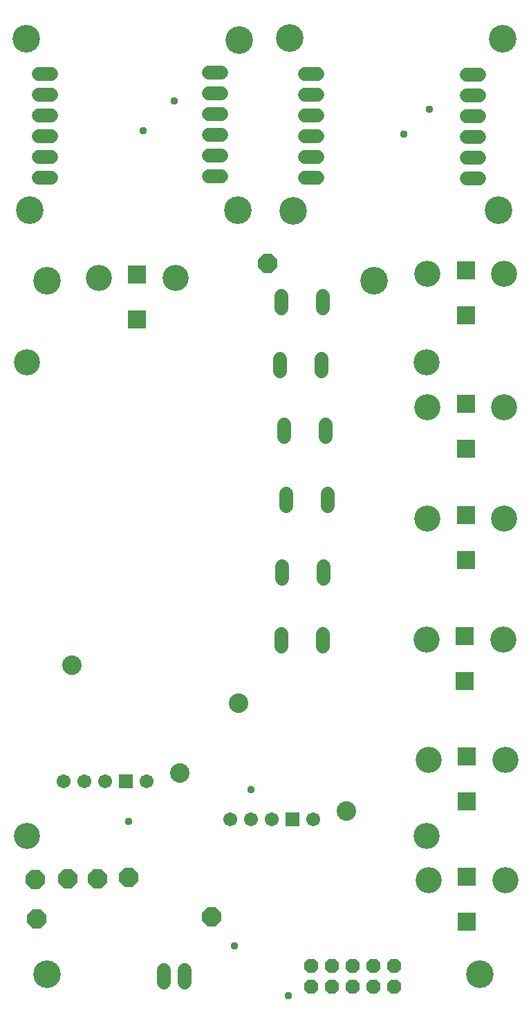
<source format=gbs>
G75*
%MOIN*%
%OFA0B0*%
%FSLAX25Y25*%
%IPPOS*%
%LPD*%
%AMOC8*
5,1,8,0,0,1.08239X$1,22.5*
%
%ADD10C,0.13300*%
%ADD11C,0.12611*%
%ADD12R,0.09068X0.09068*%
%ADD13OC8,0.09300*%
%ADD14C,0.06800*%
%ADD15OC8,0.06800*%
%ADD16C,0.06737*%
%ADD17R,0.06737X0.06737*%
%ADD18C,0.09400*%
%ADD19C,0.03778*%
D10*
X0021685Y0022322D03*
X0021685Y0356968D03*
X0013185Y0390968D03*
X0011685Y0473468D03*
X0113685Y0390968D03*
X0140185Y0390468D03*
X0179165Y0356968D03*
X0239185Y0390968D03*
X0241185Y0473468D03*
X0138685Y0473968D03*
X0114185Y0472968D03*
X0230346Y0022322D03*
D11*
X0242504Y0067653D03*
X0242504Y0125653D03*
X0241504Y0183653D03*
X0242004Y0242153D03*
X0242004Y0295653D03*
X0242004Y0360153D03*
X0204996Y0360153D03*
X0204756Y0317598D03*
X0204996Y0295653D03*
X0204996Y0242153D03*
X0204496Y0183653D03*
X0205496Y0125653D03*
X0204756Y0089251D03*
X0205496Y0067653D03*
X0083504Y0358153D03*
X0046496Y0358153D03*
X0011843Y0317598D03*
X0011843Y0089251D03*
D12*
X0065000Y0338310D03*
X0065000Y0359964D03*
X0223500Y0361964D03*
X0223500Y0340310D03*
X0223500Y0297464D03*
X0223500Y0275810D03*
X0223500Y0243964D03*
X0223500Y0222310D03*
X0223000Y0185464D03*
X0223000Y0163810D03*
X0224000Y0127464D03*
X0224000Y0105810D03*
X0224000Y0069464D03*
X0224000Y0047810D03*
D13*
X0101000Y0050137D03*
X0061000Y0069137D03*
X0046000Y0068637D03*
X0031500Y0068637D03*
X0016000Y0068137D03*
X0016500Y0049137D03*
X0128000Y0365137D03*
D14*
X0134500Y0349637D02*
X0134500Y0343637D01*
X0134000Y0319137D02*
X0134000Y0313137D01*
X0136000Y0287637D02*
X0136000Y0281637D01*
X0137000Y0254137D02*
X0137000Y0248137D01*
X0135000Y0219137D02*
X0135000Y0213137D01*
X0134500Y0186637D02*
X0134500Y0180637D01*
X0154500Y0180637D02*
X0154500Y0186637D01*
X0155000Y0213137D02*
X0155000Y0219137D01*
X0157000Y0248137D02*
X0157000Y0254137D01*
X0156000Y0281637D02*
X0156000Y0287637D01*
X0154000Y0313137D02*
X0154000Y0319137D01*
X0154500Y0343637D02*
X0154500Y0349637D01*
X0152000Y0406637D02*
X0146000Y0406637D01*
X0146000Y0416637D02*
X0152000Y0416637D01*
X0152000Y0426637D02*
X0146000Y0426637D01*
X0146000Y0436637D02*
X0152000Y0436637D01*
X0152000Y0446637D02*
X0146000Y0446637D01*
X0146000Y0456637D02*
X0152000Y0456637D01*
X0105500Y0457137D02*
X0099500Y0457137D01*
X0099500Y0447137D02*
X0105500Y0447137D01*
X0105500Y0437137D02*
X0099500Y0437137D01*
X0099500Y0427137D02*
X0105500Y0427137D01*
X0105500Y0417137D02*
X0099500Y0417137D01*
X0099500Y0407137D02*
X0105500Y0407137D01*
X0023500Y0406637D02*
X0017500Y0406637D01*
X0017500Y0416637D02*
X0023500Y0416637D01*
X0023500Y0426637D02*
X0017500Y0426637D01*
X0017500Y0436637D02*
X0023500Y0436637D01*
X0023500Y0446637D02*
X0017500Y0446637D01*
X0017500Y0456637D02*
X0023500Y0456637D01*
X0224000Y0456137D02*
X0230000Y0456137D01*
X0230000Y0446137D02*
X0224000Y0446137D01*
X0224000Y0436137D02*
X0230000Y0436137D01*
X0230000Y0426137D02*
X0224000Y0426137D01*
X0224000Y0416137D02*
X0230000Y0416137D01*
X0230000Y0406137D02*
X0224000Y0406137D01*
X0088000Y0024637D02*
X0088000Y0018637D01*
X0078000Y0018637D02*
X0078000Y0024637D01*
D15*
X0149000Y0026637D03*
X0149000Y0016637D03*
X0159000Y0016637D03*
X0159000Y0026637D03*
X0169000Y0026637D03*
X0169000Y0016637D03*
X0179000Y0016637D03*
X0179000Y0026637D03*
X0189000Y0026637D03*
X0189000Y0016637D03*
D16*
X0150000Y0097137D03*
X0130000Y0097137D03*
X0120000Y0097137D03*
X0110000Y0097137D03*
X0069500Y0115637D03*
X0049500Y0115637D03*
X0039500Y0115637D03*
X0029500Y0115637D03*
D17*
X0059500Y0115637D03*
X0140000Y0097137D03*
D18*
X0166000Y0101137D03*
X0114000Y0153137D03*
X0085500Y0119637D03*
X0033500Y0171637D03*
D19*
X0061000Y0096137D03*
X0112000Y0036137D03*
X0138000Y0012137D03*
X0120000Y0111637D03*
X0068000Y0429137D03*
X0083000Y0443637D03*
X0193500Y0427637D03*
X0206000Y0439637D03*
M02*

</source>
